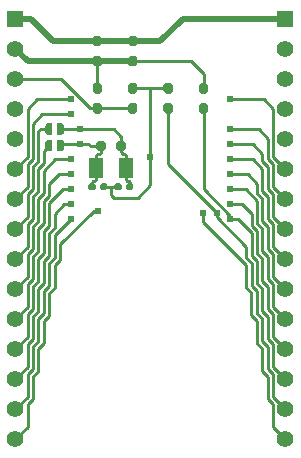
<source format=gbl>
G04 #@! TF.GenerationSoftware,KiCad,Pcbnew,(5.1.10-1-10_14)*
G04 #@! TF.CreationDate,2021-12-01T23:11:49+09:00*
G04 #@! TF.ProjectId,DIP-ESP32,4449502d-4553-4503-9332-2e6b69636164,V1.0*
G04 #@! TF.SameCoordinates,Original*
G04 #@! TF.FileFunction,Copper,L2,Bot*
G04 #@! TF.FilePolarity,Positive*
%FSLAX46Y46*%
G04 Gerber Fmt 4.6, Leading zero omitted, Abs format (unit mm)*
G04 Created by KiCad (PCBNEW (5.1.10-1-10_14)) date 2021-12-01 23:11:49*
%MOMM*%
%LPD*%
G01*
G04 APERTURE LIST*
G04 #@! TA.AperFunction,SMDPad,CuDef*
%ADD10R,1.200000X1.800000*%
G04 #@! TD*
G04 #@! TA.AperFunction,SMDPad,CuDef*
%ADD11C,0.100000*%
G04 #@! TD*
G04 #@! TA.AperFunction,ComponentPad*
%ADD12C,1.400000*%
G04 #@! TD*
G04 #@! TA.AperFunction,ComponentPad*
%ADD13R,1.400000X1.400000*%
G04 #@! TD*
G04 #@! TA.AperFunction,ViaPad*
%ADD14C,0.609600*%
G04 #@! TD*
G04 #@! TA.AperFunction,Conductor*
%ADD15C,0.508000*%
G04 #@! TD*
G04 #@! TA.AperFunction,Conductor*
%ADD16C,0.254000*%
G04 #@! TD*
G04 APERTURE END LIST*
D10*
X-4650000Y-13900000D03*
X-2050000Y-13900000D03*
G04 #@! TA.AperFunction,SMDPad,CuDef*
G36*
G01*
X-4650000Y-12250000D02*
X-4650000Y-11850000D01*
G75*
G02*
X-4450000Y-11650000I200000J0D01*
G01*
X-3950000Y-11650000D01*
G75*
G02*
X-3750000Y-11850000I0J-200000D01*
G01*
X-3750000Y-12250000D01*
G75*
G02*
X-3950000Y-12450000I-200000J0D01*
G01*
X-4450000Y-12450000D01*
G75*
G02*
X-4650000Y-12250000I0J200000D01*
G01*
G37*
G04 #@! TD.AperFunction*
G04 #@! TA.AperFunction,SMDPad,CuDef*
G36*
G01*
X-2950000Y-12250000D02*
X-2950000Y-11850000D01*
G75*
G02*
X-2750000Y-11650000I200000J0D01*
G01*
X-2250000Y-11650000D01*
G75*
G02*
X-2050000Y-11850000I0J-200000D01*
G01*
X-2050000Y-12250000D01*
G75*
G02*
X-2250000Y-12450000I-200000J0D01*
G01*
X-2750000Y-12450000D01*
G75*
G02*
X-2950000Y-12250000I0J200000D01*
G01*
G37*
G04 #@! TD.AperFunction*
G04 #@! TA.AperFunction,SMDPad,CuDef*
D11*
G36*
X-7900000Y-11500000D02*
G01*
X-7600000Y-11500000D01*
X-7600000Y-11500361D01*
X-7585280Y-11500361D01*
X-7555981Y-11503247D01*
X-7527106Y-11508991D01*
X-7498933Y-11517537D01*
X-7471733Y-11528803D01*
X-7445769Y-11542681D01*
X-7421290Y-11559038D01*
X-7398532Y-11577715D01*
X-7377715Y-11598532D01*
X-7359038Y-11621290D01*
X-7342681Y-11645769D01*
X-7328803Y-11671733D01*
X-7317537Y-11698933D01*
X-7308991Y-11727106D01*
X-7304437Y-11750000D01*
X-7300000Y-11750000D01*
X-7300000Y-12250000D01*
X-7304437Y-12250000D01*
X-7308991Y-12272894D01*
X-7317537Y-12301067D01*
X-7328803Y-12328267D01*
X-7342681Y-12354231D01*
X-7359038Y-12378710D01*
X-7377715Y-12401468D01*
X-7398532Y-12422285D01*
X-7421290Y-12440962D01*
X-7445769Y-12457319D01*
X-7471733Y-12471197D01*
X-7498933Y-12482463D01*
X-7527106Y-12491009D01*
X-7555981Y-12496753D01*
X-7585280Y-12499639D01*
X-7600000Y-12499639D01*
X-7600000Y-12500000D01*
X-7900000Y-12500000D01*
X-7900000Y-11500000D01*
G37*
G04 #@! TD.AperFunction*
G04 #@! TA.AperFunction,SMDPad,CuDef*
G36*
X-8600000Y-12499639D02*
G01*
X-8614720Y-12499639D01*
X-8644019Y-12496753D01*
X-8672894Y-12491009D01*
X-8701067Y-12482463D01*
X-8728267Y-12471197D01*
X-8754231Y-12457319D01*
X-8778710Y-12440962D01*
X-8801468Y-12422285D01*
X-8822285Y-12401468D01*
X-8840962Y-12378710D01*
X-8857319Y-12354231D01*
X-8871197Y-12328267D01*
X-8882463Y-12301067D01*
X-8891009Y-12272894D01*
X-8895563Y-12250000D01*
X-8900000Y-12250000D01*
X-8900000Y-11750000D01*
X-8895563Y-11750000D01*
X-8891009Y-11727106D01*
X-8882463Y-11698933D01*
X-8871197Y-11671733D01*
X-8857319Y-11645769D01*
X-8840962Y-11621290D01*
X-8822285Y-11598532D01*
X-8801468Y-11577715D01*
X-8778710Y-11559038D01*
X-8754231Y-11542681D01*
X-8728267Y-11528803D01*
X-8701067Y-11517537D01*
X-8672894Y-11508991D01*
X-8644019Y-11503247D01*
X-8614720Y-11500361D01*
X-8600000Y-11500361D01*
X-8600000Y-11500000D01*
X-8300000Y-11500000D01*
X-8300000Y-12500000D01*
X-8600000Y-12500000D01*
X-8600000Y-12499639D01*
G37*
G04 #@! TD.AperFunction*
G04 #@! TA.AperFunction,SMDPad,CuDef*
G36*
X-7900000Y-10100000D02*
G01*
X-7600000Y-10100000D01*
X-7600000Y-10100361D01*
X-7585280Y-10100361D01*
X-7555981Y-10103247D01*
X-7527106Y-10108991D01*
X-7498933Y-10117537D01*
X-7471733Y-10128803D01*
X-7445769Y-10142681D01*
X-7421290Y-10159038D01*
X-7398532Y-10177715D01*
X-7377715Y-10198532D01*
X-7359038Y-10221290D01*
X-7342681Y-10245769D01*
X-7328803Y-10271733D01*
X-7317537Y-10298933D01*
X-7308991Y-10327106D01*
X-7304437Y-10350000D01*
X-7300000Y-10350000D01*
X-7300000Y-10850000D01*
X-7304437Y-10850000D01*
X-7308991Y-10872894D01*
X-7317537Y-10901067D01*
X-7328803Y-10928267D01*
X-7342681Y-10954231D01*
X-7359038Y-10978710D01*
X-7377715Y-11001468D01*
X-7398532Y-11022285D01*
X-7421290Y-11040962D01*
X-7445769Y-11057319D01*
X-7471733Y-11071197D01*
X-7498933Y-11082463D01*
X-7527106Y-11091009D01*
X-7555981Y-11096753D01*
X-7585280Y-11099639D01*
X-7600000Y-11099639D01*
X-7600000Y-11100000D01*
X-7900000Y-11100000D01*
X-7900000Y-10100000D01*
G37*
G04 #@! TD.AperFunction*
G04 #@! TA.AperFunction,SMDPad,CuDef*
G36*
X-8600000Y-11099639D02*
G01*
X-8614720Y-11099639D01*
X-8644019Y-11096753D01*
X-8672894Y-11091009D01*
X-8701067Y-11082463D01*
X-8728267Y-11071197D01*
X-8754231Y-11057319D01*
X-8778710Y-11040962D01*
X-8801468Y-11022285D01*
X-8822285Y-11001468D01*
X-8840962Y-10978710D01*
X-8857319Y-10954231D01*
X-8871197Y-10928267D01*
X-8882463Y-10901067D01*
X-8891009Y-10872894D01*
X-8895563Y-10850000D01*
X-8900000Y-10850000D01*
X-8900000Y-10350000D01*
X-8895563Y-10350000D01*
X-8891009Y-10327106D01*
X-8882463Y-10298933D01*
X-8871197Y-10271733D01*
X-8857319Y-10245769D01*
X-8840962Y-10221290D01*
X-8822285Y-10198532D01*
X-8801468Y-10177715D01*
X-8778710Y-10159038D01*
X-8754231Y-10142681D01*
X-8728267Y-10128803D01*
X-8701067Y-10117537D01*
X-8672894Y-10108991D01*
X-8644019Y-10103247D01*
X-8614720Y-10100361D01*
X-8600000Y-10100361D01*
X-8600000Y-10100000D01*
X-8300000Y-10100000D01*
X-8300000Y-11100000D01*
X-8600000Y-11100000D01*
X-8600000Y-11099639D01*
G37*
G04 #@! TD.AperFunction*
G04 #@! TA.AperFunction,SMDPad,CuDef*
G36*
G01*
X-5250000Y-15650000D02*
X-5250000Y-15350000D01*
G75*
G02*
X-5100000Y-15200000I150000J0D01*
G01*
X-4800000Y-15200000D01*
G75*
G02*
X-4650000Y-15350000I0J-150000D01*
G01*
X-4650000Y-15650000D01*
G75*
G02*
X-4800000Y-15800000I-150000J0D01*
G01*
X-5100000Y-15800000D01*
G75*
G02*
X-5250000Y-15650000I0J150000D01*
G01*
G37*
G04 #@! TD.AperFunction*
G04 #@! TA.AperFunction,SMDPad,CuDef*
G36*
G01*
X-4250000Y-15650000D02*
X-4250000Y-15350000D01*
G75*
G02*
X-4100000Y-15200000I150000J0D01*
G01*
X-3800000Y-15200000D01*
G75*
G02*
X-3650000Y-15350000I0J-150000D01*
G01*
X-3650000Y-15650000D01*
G75*
G02*
X-3800000Y-15800000I-150000J0D01*
G01*
X-4100000Y-15800000D01*
G75*
G02*
X-4250000Y-15650000I0J150000D01*
G01*
G37*
G04 #@! TD.AperFunction*
G04 #@! TA.AperFunction,SMDPad,CuDef*
G36*
G01*
X-1450000Y-15350000D02*
X-1450000Y-15650000D01*
G75*
G02*
X-1600000Y-15800000I-150000J0D01*
G01*
X-1900000Y-15800000D01*
G75*
G02*
X-2050000Y-15650000I0J150000D01*
G01*
X-2050000Y-15350000D01*
G75*
G02*
X-1900000Y-15200000I150000J0D01*
G01*
X-1600000Y-15200000D01*
G75*
G02*
X-1450000Y-15350000I0J-150000D01*
G01*
G37*
G04 #@! TD.AperFunction*
G04 #@! TA.AperFunction,SMDPad,CuDef*
G36*
G01*
X-2450000Y-15350000D02*
X-2450000Y-15650000D01*
G75*
G02*
X-2600000Y-15800000I-150000J0D01*
G01*
X-2900000Y-15800000D01*
G75*
G02*
X-3050000Y-15650000I0J150000D01*
G01*
X-3050000Y-15350000D01*
G75*
G02*
X-2900000Y-15200000I150000J0D01*
G01*
X-2600000Y-15200000D01*
G75*
G02*
X-2450000Y-15350000I0J-150000D01*
G01*
G37*
G04 #@! TD.AperFunction*
G04 #@! TA.AperFunction,SMDPad,CuDef*
G36*
G01*
X1700000Y-9300000D02*
X1300000Y-9300000D01*
G75*
G02*
X1100000Y-9100000I0J200000D01*
G01*
X1100000Y-8600000D01*
G75*
G02*
X1300000Y-8400000I200000J0D01*
G01*
X1700000Y-8400000D01*
G75*
G02*
X1900000Y-8600000I0J-200000D01*
G01*
X1900000Y-9100000D01*
G75*
G02*
X1700000Y-9300000I-200000J0D01*
G01*
G37*
G04 #@! TD.AperFunction*
G04 #@! TA.AperFunction,SMDPad,CuDef*
G36*
G01*
X1700000Y-7600000D02*
X1300000Y-7600000D01*
G75*
G02*
X1100000Y-7400000I0J200000D01*
G01*
X1100000Y-6900000D01*
G75*
G02*
X1300000Y-6700000I200000J0D01*
G01*
X1700000Y-6700000D01*
G75*
G02*
X1900000Y-6900000I0J-200000D01*
G01*
X1900000Y-7400000D01*
G75*
G02*
X1700000Y-7600000I-200000J0D01*
G01*
G37*
G04 #@! TD.AperFunction*
G04 #@! TA.AperFunction,SMDPad,CuDef*
G36*
G01*
X4300000Y-6700000D02*
X4700000Y-6700000D01*
G75*
G02*
X4900000Y-6900000I0J-200000D01*
G01*
X4900000Y-7400000D01*
G75*
G02*
X4700000Y-7600000I-200000J0D01*
G01*
X4300000Y-7600000D01*
G75*
G02*
X4100000Y-7400000I0J200000D01*
G01*
X4100000Y-6900000D01*
G75*
G02*
X4300000Y-6700000I200000J0D01*
G01*
G37*
G04 #@! TD.AperFunction*
G04 #@! TA.AperFunction,SMDPad,CuDef*
G36*
G01*
X4300000Y-8400000D02*
X4700000Y-8400000D01*
G75*
G02*
X4900000Y-8600000I0J-200000D01*
G01*
X4900000Y-9100000D01*
G75*
G02*
X4700000Y-9300000I-200000J0D01*
G01*
X4300000Y-9300000D01*
G75*
G02*
X4100000Y-9100000I0J200000D01*
G01*
X4100000Y-8600000D01*
G75*
G02*
X4300000Y-8400000I200000J0D01*
G01*
G37*
G04 #@! TD.AperFunction*
G04 #@! TA.AperFunction,SMDPad,CuDef*
G36*
G01*
X-4700000Y-6700000D02*
X-4300000Y-6700000D01*
G75*
G02*
X-4100000Y-6900000I0J-200000D01*
G01*
X-4100000Y-7400000D01*
G75*
G02*
X-4300000Y-7600000I-200000J0D01*
G01*
X-4700000Y-7600000D01*
G75*
G02*
X-4900000Y-7400000I0J200000D01*
G01*
X-4900000Y-6900000D01*
G75*
G02*
X-4700000Y-6700000I200000J0D01*
G01*
G37*
G04 #@! TD.AperFunction*
G04 #@! TA.AperFunction,SMDPad,CuDef*
G36*
G01*
X-4700000Y-8400000D02*
X-4300000Y-8400000D01*
G75*
G02*
X-4100000Y-8600000I0J-200000D01*
G01*
X-4100000Y-9100000D01*
G75*
G02*
X-4300000Y-9300000I-200000J0D01*
G01*
X-4700000Y-9300000D01*
G75*
G02*
X-4900000Y-9100000I0J200000D01*
G01*
X-4900000Y-8600000D01*
G75*
G02*
X-4700000Y-8400000I200000J0D01*
G01*
G37*
G04 #@! TD.AperFunction*
D12*
X11430000Y-34290000D03*
D13*
X11430000Y-1270000D03*
D12*
X11430000Y-3810000D03*
X11430000Y-6350000D03*
X11430000Y-8890000D03*
X11430000Y-11430000D03*
X11430000Y-13970000D03*
X11430000Y-16510000D03*
X11430000Y-19050000D03*
X11430000Y-21590000D03*
X11430000Y-24130000D03*
X11430000Y-26670000D03*
X11430000Y-29210000D03*
X11430000Y-31750000D03*
X11430000Y-36830000D03*
X-11430000Y-36830000D03*
X-11430000Y-34290000D03*
X-11430000Y-31750000D03*
X-11430000Y-29210000D03*
X-11430000Y-26670000D03*
X-11430000Y-24130000D03*
X-11430000Y-21590000D03*
X-11430000Y-19050000D03*
X-11430000Y-16510000D03*
X-11430000Y-13970000D03*
X-11430000Y-11430000D03*
X-11430000Y-8890000D03*
X-11430000Y-6350000D03*
X-11430000Y-3810000D03*
D13*
X-11430000Y-1270000D03*
G04 #@! TA.AperFunction,SMDPad,CuDef*
G36*
G01*
X-1300000Y-9300000D02*
X-1700000Y-9300000D01*
G75*
G02*
X-1900000Y-9100000I0J200000D01*
G01*
X-1900000Y-8600000D01*
G75*
G02*
X-1700000Y-8400000I200000J0D01*
G01*
X-1300000Y-8400000D01*
G75*
G02*
X-1100000Y-8600000I0J-200000D01*
G01*
X-1100000Y-9100000D01*
G75*
G02*
X-1300000Y-9300000I-200000J0D01*
G01*
G37*
G04 #@! TD.AperFunction*
G04 #@! TA.AperFunction,SMDPad,CuDef*
G36*
G01*
X-1300000Y-7600000D02*
X-1700000Y-7600000D01*
G75*
G02*
X-1900000Y-7400000I0J200000D01*
G01*
X-1900000Y-6900000D01*
G75*
G02*
X-1700000Y-6700000I200000J0D01*
G01*
X-1300000Y-6700000D01*
G75*
G02*
X-1100000Y-6900000I0J-200000D01*
G01*
X-1100000Y-7400000D01*
G75*
G02*
X-1300000Y-7600000I-200000J0D01*
G01*
G37*
G04 #@! TD.AperFunction*
G04 #@! TA.AperFunction,SMDPad,CuDef*
G36*
G01*
X-1300000Y-5300000D02*
X-1700000Y-5300000D01*
G75*
G02*
X-1900000Y-5100000I0J200000D01*
G01*
X-1900000Y-4600000D01*
G75*
G02*
X-1700000Y-4400000I200000J0D01*
G01*
X-1300000Y-4400000D01*
G75*
G02*
X-1100000Y-4600000I0J-200000D01*
G01*
X-1100000Y-5100000D01*
G75*
G02*
X-1300000Y-5300000I-200000J0D01*
G01*
G37*
G04 #@! TD.AperFunction*
G04 #@! TA.AperFunction,SMDPad,CuDef*
G36*
G01*
X-1300000Y-3600000D02*
X-1700000Y-3600000D01*
G75*
G02*
X-1900000Y-3400000I0J200000D01*
G01*
X-1900000Y-2900000D01*
G75*
G02*
X-1700000Y-2700000I200000J0D01*
G01*
X-1300000Y-2700000D01*
G75*
G02*
X-1100000Y-2900000I0J-200000D01*
G01*
X-1100000Y-3400000D01*
G75*
G02*
X-1300000Y-3600000I-200000J0D01*
G01*
G37*
G04 #@! TD.AperFunction*
G04 #@! TA.AperFunction,SMDPad,CuDef*
G36*
G01*
X-4300000Y-5300000D02*
X-4700000Y-5300000D01*
G75*
G02*
X-4900000Y-5100000I0J200000D01*
G01*
X-4900000Y-4600000D01*
G75*
G02*
X-4700000Y-4400000I200000J0D01*
G01*
X-4300000Y-4400000D01*
G75*
G02*
X-4100000Y-4600000I0J-200000D01*
G01*
X-4100000Y-5100000D01*
G75*
G02*
X-4300000Y-5300000I-200000J0D01*
G01*
G37*
G04 #@! TD.AperFunction*
G04 #@! TA.AperFunction,SMDPad,CuDef*
G36*
G01*
X-4300000Y-3600000D02*
X-4700000Y-3600000D01*
G75*
G02*
X-4900000Y-3400000I0J200000D01*
G01*
X-4900000Y-2900000D01*
G75*
G02*
X-4700000Y-2700000I200000J0D01*
G01*
X-4300000Y-2700000D01*
G75*
G02*
X-4100000Y-2900000I0J-200000D01*
G01*
X-4100000Y-3400000D01*
G75*
G02*
X-4300000Y-3600000I-200000J0D01*
G01*
G37*
G04 #@! TD.AperFunction*
D14*
X0Y-13000000D03*
X5600000Y-17700000D03*
X6750000Y-8100000D03*
X6750000Y-10640000D03*
X6750000Y-11910000D03*
X6750000Y-13180000D03*
X6750000Y-14450000D03*
X6750000Y-15720000D03*
X6750000Y-16990000D03*
X6750000Y-18260000D03*
X4450000Y-17700000D03*
X-4450000Y-17500000D03*
X-6750000Y-18260000D03*
X-6750000Y-16990000D03*
X-6750000Y-15720000D03*
X-6750000Y-14450000D03*
X-6750000Y-13180000D03*
X-6000000Y-11910000D03*
X-6000000Y-10640000D03*
X-6750000Y-9370000D03*
X-6750000Y-8100000D03*
D15*
X-1500000Y-4850000D02*
X-4500000Y-4850000D01*
X-10390000Y-4850000D02*
X-11430000Y-3810000D01*
X-4500000Y-4850000D02*
X-10390000Y-4850000D01*
D16*
X-4500000Y-4850000D02*
X-4500000Y-7150000D01*
X4500000Y-7150000D02*
X4500000Y-5950000D01*
X3400000Y-4850000D02*
X-1500000Y-4850000D01*
X4500000Y-5950000D02*
X3400000Y-4850000D01*
D15*
X-1500000Y-3150000D02*
X-4500000Y-3150000D01*
X-4500000Y-3150000D02*
X-8250000Y-3150000D01*
X-10130000Y-1270000D02*
X-11430000Y-1270000D01*
X-8250000Y-3150000D02*
X-10130000Y-1270000D01*
X11430000Y-1270000D02*
X2730000Y-1270000D01*
X850000Y-3150000D02*
X-1500000Y-3150000D01*
X2730000Y-1270000D02*
X850000Y-3150000D01*
D16*
X0Y-7200000D02*
X50000Y-7150000D01*
X0Y-13000000D02*
X0Y-7200000D01*
X50000Y-7150000D02*
X-1500000Y-7150000D01*
X1500000Y-7150000D02*
X50000Y-7150000D01*
X0Y-13000000D02*
X0Y-15350000D01*
X0Y-15350000D02*
X-1050000Y-16400000D01*
X-1050000Y-16400000D02*
X-3100000Y-16400000D01*
X-3350000Y-16150000D02*
X-3350000Y-15500000D01*
X-3100000Y-16400000D02*
X-3350000Y-16150000D01*
X-3350000Y-15500000D02*
X-3950000Y-15500000D01*
X-2750000Y-15500000D02*
X-3350000Y-15500000D01*
X-1500000Y-8850000D02*
X-4500000Y-8850000D01*
X-4500000Y-8850000D02*
X-5100000Y-8850000D01*
X-7600000Y-6350000D02*
X-11430000Y-6350000D01*
X-5100000Y-8850000D02*
X-7600000Y-6350000D01*
X10399799Y-33259799D02*
X11430000Y-34290000D01*
X9485379Y-28558563D02*
X9942589Y-29015773D01*
X9485379Y-26665155D02*
X9485379Y-28558563D01*
X10399799Y-31366391D02*
X10399799Y-33259799D01*
X9028169Y-26207945D02*
X9485379Y-26665155D01*
X5600000Y-17700000D02*
X5600000Y-18049802D01*
X5600000Y-18049802D02*
X8113749Y-20563551D01*
X8113749Y-20563551D02*
X8113749Y-21506709D01*
X8113749Y-21506709D02*
X8570959Y-21963919D01*
X9942589Y-29015773D02*
X9942589Y-30909181D01*
X9028169Y-24314537D02*
X9028169Y-26207945D01*
X8570959Y-21963919D02*
X8570959Y-23857327D01*
X9942589Y-30909181D02*
X10399799Y-31366391D01*
X8570959Y-23857327D02*
X9028169Y-24314537D01*
X1500000Y-13600000D02*
X1500000Y-8850000D01*
X5600000Y-17700000D02*
X1500000Y-13600000D01*
X10399799Y-12939799D02*
X11430000Y-13970000D01*
X9609799Y-8100000D02*
X10399799Y-8890000D01*
X10399799Y-8890000D02*
X10399799Y-12939799D01*
X6750000Y-8100000D02*
X9609799Y-8100000D01*
X11430000Y-16510000D02*
X10399799Y-15479799D01*
X10399799Y-13586391D02*
X9942589Y-13129181D01*
X10399799Y-15479799D02*
X10399799Y-13586391D01*
X9942589Y-13129181D02*
X9942589Y-11430000D01*
X9152589Y-10640000D02*
X9942589Y-11430000D01*
X6750000Y-10640000D02*
X9152589Y-10640000D01*
X11430000Y-19050000D02*
X10399799Y-18019799D01*
X10399799Y-16126391D02*
X9942589Y-15669181D01*
X10399799Y-18019799D02*
X10399799Y-16126391D01*
X9942589Y-13775773D02*
X9485379Y-13318563D01*
X9942589Y-15669181D02*
X9942589Y-13775773D01*
X9485379Y-13318563D02*
X9485379Y-12700000D01*
X8695379Y-11910000D02*
X9485379Y-12700000D01*
X6750000Y-11910000D02*
X8695379Y-11910000D01*
X11430000Y-21590000D02*
X10399799Y-20559799D01*
X10399799Y-18666391D02*
X9942589Y-18209181D01*
X10399799Y-20559799D02*
X10399799Y-18666391D01*
X9942589Y-16315773D02*
X9485379Y-15858563D01*
X9942589Y-18209181D02*
X9942589Y-16315773D01*
X9485379Y-15858563D02*
X9485379Y-13965155D01*
X8700224Y-13180000D02*
X9485379Y-13965155D01*
X6750000Y-13180000D02*
X8700224Y-13180000D01*
X11430000Y-24130000D02*
X10399799Y-23099799D01*
X10399799Y-21206391D02*
X9942589Y-20749181D01*
X10399799Y-23099799D02*
X10399799Y-21206391D01*
X9942589Y-18855773D02*
X9485379Y-18398563D01*
X9942589Y-20749181D02*
X9942589Y-18855773D01*
X9485379Y-16505155D02*
X9028169Y-16047945D01*
X9485379Y-18398563D02*
X9485379Y-16505155D01*
X9028169Y-16047945D02*
X9028169Y-15240000D01*
X8238169Y-14450000D02*
X9028169Y-15240000D01*
X6750000Y-14450000D02*
X8238169Y-14450000D01*
X11430000Y-26670000D02*
X10399799Y-25639799D01*
X10399799Y-23746391D02*
X9942589Y-23289181D01*
X10399799Y-25639799D02*
X10399799Y-23746391D01*
X9942589Y-21395773D02*
X9485379Y-20938563D01*
X9942589Y-23289181D02*
X9942589Y-21395773D01*
X9485379Y-19045155D02*
X9028169Y-18587945D01*
X9485379Y-20938563D02*
X9485379Y-19045155D01*
X9028169Y-18587945D02*
X9028169Y-16694537D01*
X8053632Y-15720000D02*
X9028169Y-16694537D01*
X6750000Y-15720000D02*
X8053632Y-15720000D01*
X11430000Y-29210000D02*
X10399799Y-28179799D01*
X10399799Y-26286391D02*
X9942589Y-25829181D01*
X10399799Y-28179799D02*
X10399799Y-26286391D01*
X9942589Y-23935773D02*
X9485379Y-23478563D01*
X9942589Y-25829181D02*
X9942589Y-23935773D01*
X9485379Y-21585155D02*
X9028169Y-21127945D01*
X9485379Y-23478563D02*
X9485379Y-21585155D01*
X9028169Y-19234537D02*
X8570959Y-18777327D01*
X9028169Y-21127945D02*
X9028169Y-19234537D01*
X8570959Y-18777327D02*
X8570959Y-17780000D01*
X7780959Y-16990000D02*
X8570959Y-17780000D01*
X6750000Y-16990000D02*
X7780959Y-16990000D01*
X11430000Y-31750000D02*
X10399799Y-30719799D01*
X10399799Y-28826391D02*
X9942589Y-28369181D01*
X10399799Y-30719799D02*
X10399799Y-28826391D01*
X9942589Y-26475773D02*
X9485379Y-26018563D01*
X9942589Y-28369181D02*
X9942589Y-26475773D01*
X9485379Y-24125155D02*
X9028169Y-23667945D01*
X9485379Y-26018563D02*
X9485379Y-24125155D01*
X9028169Y-21774537D02*
X8570959Y-21317327D01*
X9028169Y-23667945D02*
X9028169Y-21774537D01*
X8570959Y-21317327D02*
X8570959Y-19423919D01*
X7407040Y-18260000D02*
X8570959Y-19423919D01*
X6750000Y-18260000D02*
X7407040Y-18260000D01*
X4500000Y-15679802D02*
X4500000Y-8850000D01*
X6750000Y-17929802D02*
X4500000Y-15679802D01*
X6750000Y-18260000D02*
X6750000Y-17929802D01*
X10399799Y-35799799D02*
X11430000Y-36830000D01*
X10399799Y-33906391D02*
X10399799Y-35799799D01*
X9942589Y-31555773D02*
X9942589Y-33449181D01*
X9942589Y-33449181D02*
X10399799Y-33906391D01*
X9485379Y-31098563D02*
X9942589Y-31555773D01*
X8509000Y-26335368D02*
X9028169Y-26854537D01*
X4450000Y-18489552D02*
X8113749Y-22153301D01*
X8509000Y-24441960D02*
X8509000Y-26335368D01*
X9028169Y-28747945D02*
X9485379Y-29205155D01*
X8113749Y-24046709D02*
X8509000Y-24441960D01*
X9485379Y-29205155D02*
X9485379Y-31098563D01*
X8113749Y-22153301D02*
X8113749Y-24046709D01*
X9028169Y-26854537D02*
X9028169Y-28747945D01*
X4450000Y-17700000D02*
X4450000Y-18489552D01*
X-11430000Y-36830000D02*
X-10399799Y-35799799D01*
X-10399799Y-33906391D02*
X-9942589Y-33449181D01*
X-10399799Y-35799799D02*
X-10399799Y-33906391D01*
X-9942589Y-31555773D02*
X-9485379Y-31098563D01*
X-9942589Y-33449181D02*
X-9942589Y-31555773D01*
X-9485379Y-29205155D02*
X-9028169Y-28747945D01*
X-9485379Y-31098563D02*
X-9485379Y-29205155D01*
X-9028169Y-26854537D02*
X-8570959Y-26397327D01*
X-9028169Y-28747945D02*
X-9028169Y-26854537D01*
X-8570959Y-24503919D02*
X-8113749Y-24046709D01*
X-8570959Y-26397327D02*
X-8570959Y-24503919D01*
X-8113749Y-22153301D02*
X-7656539Y-21696091D01*
X-8113749Y-24046709D02*
X-8113749Y-22153301D01*
X-7656539Y-21696091D02*
X-7656539Y-20356539D01*
X-4800000Y-17500000D02*
X-4450000Y-17500000D01*
X-7656539Y-20356539D02*
X-4800000Y-17500000D01*
X-11430000Y-34290000D02*
X-10399799Y-33259799D01*
X-10399799Y-31366391D02*
X-9942589Y-30909181D01*
X-10399799Y-33259799D02*
X-10399799Y-31366391D01*
X-9942589Y-29015773D02*
X-9485379Y-28558563D01*
X-9942589Y-30909181D02*
X-9942589Y-29015773D01*
X-9485379Y-26665155D02*
X-9028169Y-26207945D01*
X-9485379Y-28558563D02*
X-9485379Y-26665155D01*
X-9028169Y-24314537D02*
X-8570959Y-23857327D01*
X-9028169Y-26207945D02*
X-9028169Y-24314537D01*
X-8570959Y-21963919D02*
X-8113749Y-21506709D01*
X-8570959Y-23857327D02*
X-8570959Y-21963919D01*
X-6760448Y-18260000D02*
X-6750000Y-18260000D01*
X-8113749Y-19613301D02*
X-6760448Y-18260000D01*
X-8113749Y-21506709D02*
X-8113749Y-19613301D01*
X-11430000Y-31750000D02*
X-10399799Y-30719799D01*
X-10399799Y-28826391D02*
X-9942589Y-28369181D01*
X-10399799Y-30719799D02*
X-10399799Y-28826391D01*
X-9942589Y-26475773D02*
X-9485379Y-26018563D01*
X-9942589Y-28369181D02*
X-9942589Y-26475773D01*
X-9485379Y-24125155D02*
X-9028169Y-23667945D01*
X-9485379Y-26018563D02*
X-9485379Y-24125155D01*
X-9028169Y-21774537D02*
X-8570959Y-21317327D01*
X-9028169Y-23667945D02*
X-9028169Y-21774537D01*
X-8570959Y-19423919D02*
X-8113749Y-18966709D01*
X-8570959Y-21317327D02*
X-8570959Y-19423919D01*
X-8113749Y-18966709D02*
X-8113749Y-17780000D01*
X-7323749Y-16990000D02*
X-8113749Y-17780000D01*
X-6750000Y-16990000D02*
X-7323749Y-16990000D01*
X-11430000Y-29210000D02*
X-10399799Y-28179799D01*
X-10399799Y-26286391D02*
X-9942589Y-25829181D01*
X-10399799Y-28179799D02*
X-10399799Y-26286391D01*
X-9942589Y-23935773D02*
X-9485379Y-23478563D01*
X-9942589Y-25829181D02*
X-9942589Y-23935773D01*
X-9485379Y-21585155D02*
X-9028169Y-21127945D01*
X-9485379Y-23478563D02*
X-9485379Y-21585155D01*
X-9028169Y-19234537D02*
X-8570959Y-18777327D01*
X-9028169Y-21127945D02*
X-9028169Y-19234537D01*
X-8570959Y-18777327D02*
X-8570959Y-16883919D01*
X-7407040Y-15720000D02*
X-8570959Y-16883919D01*
X-6750000Y-15720000D02*
X-7407040Y-15720000D01*
X-11430000Y-26670000D02*
X-10399799Y-25639799D01*
X-10399799Y-23746391D02*
X-9942589Y-23289181D01*
X-10399799Y-25639799D02*
X-10399799Y-23746391D01*
X-9942589Y-21395773D02*
X-9485379Y-20938563D01*
X-9942589Y-23289181D02*
X-9942589Y-21395773D01*
X-9485379Y-19045155D02*
X-9028169Y-18587945D01*
X-9485379Y-20938563D02*
X-9485379Y-19045155D01*
X-9028169Y-16694537D02*
X-8570959Y-16237327D01*
X-9028169Y-18587945D02*
X-9028169Y-16694537D01*
X-8570959Y-16237327D02*
X-8570959Y-15240000D01*
X-7780959Y-14450000D02*
X-8570959Y-15240000D01*
X-6750000Y-14450000D02*
X-7780959Y-14450000D01*
X-11430000Y-24130000D02*
X-10399799Y-23099799D01*
X-10399799Y-21206391D02*
X-9942589Y-20749181D01*
X-10399799Y-23099799D02*
X-10399799Y-21206391D01*
X-9942589Y-18855773D02*
X-9485379Y-18398563D01*
X-9942589Y-20749181D02*
X-9942589Y-18855773D01*
X-9485379Y-16505155D02*
X-9028169Y-16047945D01*
X-9485379Y-18398563D02*
X-9485379Y-16505155D01*
X-9028169Y-16047945D02*
X-9028169Y-14154537D01*
X-8053632Y-13180000D02*
X-9028169Y-14154537D01*
X-6750000Y-13180000D02*
X-8053632Y-13180000D01*
X-7510000Y-11910000D02*
X-7600000Y-12000000D01*
X-6000000Y-11910000D02*
X-7510000Y-11910000D01*
X-4200000Y-12050000D02*
X-5100000Y-12050000D01*
X-5240000Y-11910000D02*
X-6000000Y-11910000D01*
X-5100000Y-12050000D02*
X-5240000Y-11910000D01*
X-4200000Y-12050000D02*
X-4200000Y-12550000D01*
X-4200000Y-12550000D02*
X-4200000Y-12600000D01*
X-4200000Y-12600000D02*
X-4350000Y-12750000D01*
X-4650000Y-13900000D02*
X-4650000Y-12850000D01*
X-4550000Y-12750000D02*
X-4350000Y-12750000D01*
X-4650000Y-12850000D02*
X-4550000Y-12750000D01*
X-4650000Y-13900000D02*
X-4650000Y-14900000D01*
X-4650000Y-14900000D02*
X-4750000Y-15000000D01*
X-4950000Y-15500000D02*
X-4950000Y-15050000D01*
X-4900000Y-15000000D02*
X-4750000Y-15000000D01*
X-4950000Y-15050000D02*
X-4900000Y-15000000D01*
X-7560000Y-10640000D02*
X-7600000Y-10600000D01*
X-6000000Y-10640000D02*
X-7560000Y-10640000D01*
X-6000000Y-10640000D02*
X-3110000Y-10640000D01*
X-2500000Y-11250000D02*
X-2500000Y-12050000D01*
X-3110000Y-10640000D02*
X-2500000Y-11250000D01*
X-2500000Y-12050000D02*
X-2500000Y-12550000D01*
X-2500000Y-12550000D02*
X-2300000Y-12750000D01*
X-2050000Y-13900000D02*
X-2050000Y-12850000D01*
X-2150000Y-12750000D02*
X-2300000Y-12750000D01*
X-2050000Y-12850000D02*
X-2150000Y-12750000D01*
X-1750000Y-15500000D02*
X-1750000Y-15100000D01*
X-2050000Y-13900000D02*
X-2050000Y-14900000D01*
X-2050000Y-14900000D02*
X-1950000Y-15000000D01*
X-1850000Y-15000000D02*
X-1750000Y-15100000D01*
X-1950000Y-15000000D02*
X-1850000Y-15000000D01*
X-11430000Y-16510000D02*
X-10399799Y-15479799D01*
X-10399799Y-13586391D02*
X-9942589Y-13129181D01*
X-10399799Y-15479799D02*
X-10399799Y-13586391D01*
X-9942589Y-13129181D02*
X-9942589Y-10160000D01*
X-9152589Y-9370000D02*
X-9942589Y-10160000D01*
X-6750000Y-9370000D02*
X-9152589Y-9370000D01*
X-10399799Y-12939799D02*
X-11430000Y-13970000D01*
X-10399799Y-8890000D02*
X-10399799Y-12939799D01*
X-9609799Y-8100000D02*
X-10399799Y-8890000D01*
X-6750000Y-8100000D02*
X-9609799Y-8100000D01*
X-11430000Y-21590000D02*
X-10399799Y-20559799D01*
X-10399799Y-18666391D02*
X-9942589Y-18209181D01*
X-10399799Y-20559799D02*
X-10399799Y-18666391D01*
X-9942589Y-16315773D02*
X-9485379Y-15858563D01*
X-9942589Y-18209181D02*
X-9942589Y-16315773D01*
X-9485379Y-15858563D02*
X-9485379Y-13965155D01*
X-9485379Y-13965155D02*
X-9028169Y-13507945D01*
X-9028169Y-12428169D02*
X-8600000Y-12000000D01*
X-9028169Y-13507945D02*
X-9028169Y-12428169D01*
X-11430000Y-19050000D02*
X-10399799Y-18019799D01*
X-10399799Y-16126391D02*
X-9942589Y-15669181D01*
X-10399799Y-18019799D02*
X-10399799Y-16126391D01*
X-9942589Y-13775773D02*
X-9485379Y-13318563D01*
X-9942589Y-15669181D02*
X-9942589Y-13775773D01*
X-9485379Y-13318563D02*
X-9485379Y-10805379D01*
X-9280000Y-10600000D02*
X-8600000Y-10600000D01*
X-9485379Y-10805379D02*
X-9280000Y-10600000D01*
M02*

</source>
